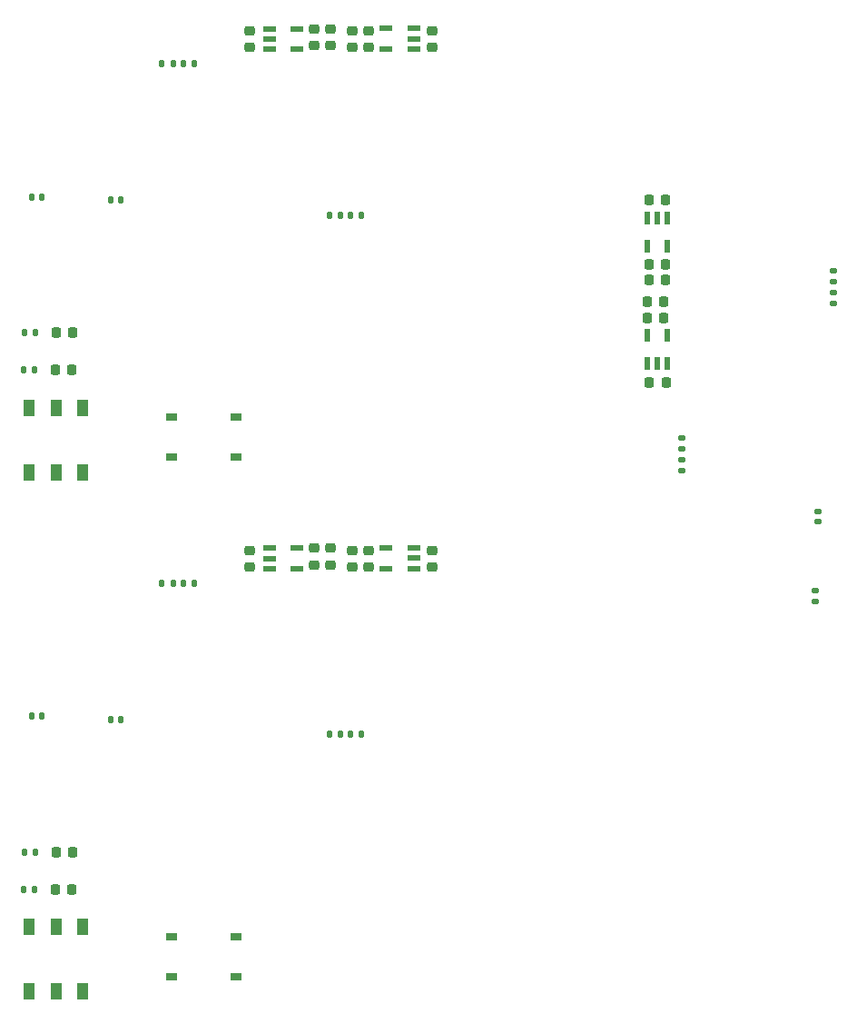
<source format=gbr>
%TF.GenerationSoftware,KiCad,Pcbnew,8.0.2*%
%TF.CreationDate,2024-05-13T13:54:00+09:00*%
%TF.ProjectId,ikafly_rev1a_p,696b6166-6c79-45f7-9265-7631615f702e,rev?*%
%TF.SameCoordinates,Original*%
%TF.FileFunction,Paste,Bot*%
%TF.FilePolarity,Positive*%
%FSLAX46Y46*%
G04 Gerber Fmt 4.6, Leading zero omitted, Abs format (unit mm)*
G04 Created by KiCad (PCBNEW 8.0.2) date 2024-05-13 13:54:00*
%MOMM*%
%LPD*%
G01*
G04 APERTURE LIST*
G04 Aperture macros list*
%AMRoundRect*
0 Rectangle with rounded corners*
0 $1 Rounding radius*
0 $2 $3 $4 $5 $6 $7 $8 $9 X,Y pos of 4 corners*
0 Add a 4 corners polygon primitive as box body*
4,1,4,$2,$3,$4,$5,$6,$7,$8,$9,$2,$3,0*
0 Add four circle primitives for the rounded corners*
1,1,$1+$1,$2,$3*
1,1,$1+$1,$4,$5*
1,1,$1+$1,$6,$7*
1,1,$1+$1,$8,$9*
0 Add four rect primitives between the rounded corners*
20,1,$1+$1,$2,$3,$4,$5,0*
20,1,$1+$1,$4,$5,$6,$7,0*
20,1,$1+$1,$6,$7,$8,$9,0*
20,1,$1+$1,$8,$9,$2,$3,0*%
G04 Aperture macros list end*
%ADD10RoundRect,0.225000X0.225000X0.250000X-0.225000X0.250000X-0.225000X-0.250000X0.225000X-0.250000X0*%
%ADD11R,0.600000X1.200000*%
%ADD12RoundRect,0.135000X0.185000X-0.135000X0.185000X0.135000X-0.185000X0.135000X-0.185000X-0.135000X0*%
%ADD13RoundRect,0.135000X-0.185000X0.135000X-0.185000X-0.135000X0.185000X-0.135000X0.185000X0.135000X0*%
%ADD14RoundRect,0.225000X-0.225000X-0.250000X0.225000X-0.250000X0.225000X0.250000X-0.225000X0.250000X0*%
%ADD15RoundRect,0.140000X0.170000X-0.140000X0.170000X0.140000X-0.170000X0.140000X-0.170000X-0.140000X0*%
%ADD16RoundRect,0.225000X0.250000X-0.225000X0.250000X0.225000X-0.250000X0.225000X-0.250000X-0.225000X0*%
%ADD17R,1.200000X0.600000*%
%ADD18RoundRect,0.135000X-0.135000X-0.185000X0.135000X-0.185000X0.135000X0.185000X-0.135000X0.185000X0*%
%ADD19RoundRect,0.135000X0.135000X0.185000X-0.135000X0.185000X-0.135000X-0.185000X0.135000X-0.185000X0*%
%ADD20RoundRect,0.225000X-0.250000X0.225000X-0.250000X-0.225000X0.250000X-0.225000X0.250000X0.225000X0*%
%ADD21R,1.000000X1.500000*%
%ADD22RoundRect,0.140000X-0.140000X-0.170000X0.140000X-0.170000X0.140000X0.170000X-0.140000X0.170000X0*%
%ADD23RoundRect,0.218750X0.218750X0.256250X-0.218750X0.256250X-0.218750X-0.256250X0.218750X-0.256250X0*%
%ADD24R,1.000000X0.750000*%
G04 APERTURE END LIST*
D10*
%TO.C,C20*%
X146000000Y-67770000D03*
X144450000Y-67770000D03*
%TD*%
D11*
%TO.C,IC6*%
X146350000Y-71970000D03*
X145400000Y-71970000D03*
X144450000Y-71970000D03*
X144450000Y-69370000D03*
X146350000Y-69370000D03*
%TD*%
D12*
%TO.C,R17*%
X161800000Y-64390000D03*
X161800000Y-63370000D03*
%TD*%
D13*
%TO.C,R18*%
X161800000Y-65370000D03*
X161800000Y-66390000D03*
%TD*%
D10*
%TO.C,C22*%
X146000000Y-66270000D03*
X144450000Y-66270000D03*
%TD*%
D14*
%TO.C,C17*%
X144645000Y-73770000D03*
X146195000Y-73770000D03*
%TD*%
%TO.C,C21*%
X144625000Y-64230000D03*
X146175000Y-64230000D03*
%TD*%
D15*
%TO.C,C47*%
X160400000Y-86750000D03*
X160400000Y-85790000D03*
%TD*%
D11*
%TO.C,IC5*%
X144415000Y-58480000D03*
X145365000Y-58480000D03*
X146315000Y-58480000D03*
X146315000Y-61080000D03*
X144415000Y-61080000D03*
%TD*%
D15*
%TO.C,C45*%
X160100000Y-94150000D03*
X160100000Y-93190000D03*
%TD*%
D14*
%TO.C,C18*%
X144625000Y-56770000D03*
X146175000Y-56770000D03*
%TD*%
D12*
%TO.C,R7*%
X147700000Y-79970000D03*
X147700000Y-78950000D03*
%TD*%
%TO.C,R6*%
X147700000Y-81980000D03*
X147700000Y-80960000D03*
%TD*%
D14*
%TO.C,C19*%
X144625000Y-62730000D03*
X146175000Y-62730000D03*
%TD*%
D16*
%TO.C,C20*%
X113400000Y-90775000D03*
X113400000Y-89225000D03*
%TD*%
D17*
%TO.C,IC6*%
X109200000Y-91125000D03*
X109200000Y-90175000D03*
X109200000Y-89225000D03*
X111800000Y-89225000D03*
X111800000Y-91125000D03*
%TD*%
D18*
%TO.C,R17*%
X116780000Y-106575000D03*
X117800000Y-106575000D03*
%TD*%
D19*
%TO.C,R18*%
X115800000Y-106575000D03*
X114780000Y-106575000D03*
%TD*%
D16*
%TO.C,C22*%
X114900000Y-90775000D03*
X114900000Y-89225000D03*
%TD*%
D20*
%TO.C,C17*%
X107400000Y-89420000D03*
X107400000Y-90970000D03*
%TD*%
D21*
%TO.C,S2*%
X91800000Y-130525000D03*
X89300000Y-130525000D03*
X86800000Y-130525000D03*
X86800000Y-124525000D03*
X89300000Y-124525000D03*
X91800000Y-124525000D03*
%TD*%
D20*
%TO.C,C21*%
X116940000Y-89400000D03*
X116940000Y-90950000D03*
%TD*%
D22*
%TO.C,C47*%
X94420000Y-105175000D03*
X95380000Y-105175000D03*
%TD*%
D17*
%TO.C,IC5*%
X122690000Y-89190000D03*
X122690000Y-90140000D03*
X122690000Y-91090000D03*
X120090000Y-91090000D03*
X120090000Y-89190000D03*
%TD*%
D23*
%TO.C,D1*%
X90800000Y-121025000D03*
X89225000Y-121025000D03*
%TD*%
%TO.C,D2*%
X90875000Y-117525000D03*
X89300000Y-117525000D03*
%TD*%
D22*
%TO.C,C45*%
X87020000Y-104875000D03*
X87980000Y-104875000D03*
%TD*%
D20*
%TO.C,C18*%
X124400000Y-89400000D03*
X124400000Y-90950000D03*
%TD*%
D18*
%TO.C,R7*%
X101200000Y-92475000D03*
X102220000Y-92475000D03*
%TD*%
%TO.C,R6*%
X99190000Y-92475000D03*
X100210000Y-92475000D03*
%TD*%
D20*
%TO.C,C19*%
X118440000Y-89400000D03*
X118440000Y-90950000D03*
%TD*%
D18*
%TO.C,R14*%
X86327500Y-117525000D03*
X87347500Y-117525000D03*
%TD*%
%TO.C,R13*%
X86252500Y-121025000D03*
X87272500Y-121025000D03*
%TD*%
D24*
%TO.C,S1*%
X106050000Y-125400000D03*
X100050000Y-125400000D03*
X106050000Y-129150000D03*
X100050000Y-129150000D03*
%TD*%
D18*
%TO.C,R13*%
X86252500Y-72625000D03*
X87272500Y-72625000D03*
%TD*%
%TO.C,R14*%
X86327500Y-69125000D03*
X87347500Y-69125000D03*
%TD*%
D24*
%TO.C,S1*%
X106050000Y-77000000D03*
X100050000Y-77000000D03*
X106050000Y-80750000D03*
X100050000Y-80750000D03*
%TD*%
D20*
%TO.C,C19*%
X118440000Y-41000000D03*
X118440000Y-42550000D03*
%TD*%
D17*
%TO.C,IC5*%
X122690000Y-40790000D03*
X122690000Y-41740000D03*
X122690000Y-42690000D03*
X120090000Y-42690000D03*
X120090000Y-40790000D03*
%TD*%
D18*
%TO.C,R7*%
X101200000Y-44075000D03*
X102220000Y-44075000D03*
%TD*%
D16*
%TO.C,C22*%
X114900000Y-42375000D03*
X114900000Y-40825000D03*
%TD*%
D18*
%TO.C,R6*%
X99190000Y-44075000D03*
X100210000Y-44075000D03*
%TD*%
D23*
%TO.C,D2*%
X90875000Y-69125000D03*
X89300000Y-69125000D03*
%TD*%
D20*
%TO.C,C17*%
X107400000Y-41020000D03*
X107400000Y-42570000D03*
%TD*%
D22*
%TO.C,C47*%
X94420000Y-56775000D03*
X95380000Y-56775000D03*
%TD*%
D21*
%TO.C,S2*%
X91800000Y-82125000D03*
X89300000Y-82125000D03*
X86800000Y-82125000D03*
X86800000Y-76125000D03*
X89300000Y-76125000D03*
X91800000Y-76125000D03*
%TD*%
D20*
%TO.C,C18*%
X124400000Y-41000000D03*
X124400000Y-42550000D03*
%TD*%
%TO.C,C21*%
X116940000Y-41000000D03*
X116940000Y-42550000D03*
%TD*%
D22*
%TO.C,C45*%
X87020000Y-56475000D03*
X87980000Y-56475000D03*
%TD*%
D23*
%TO.C,D1*%
X90800000Y-72625000D03*
X89225000Y-72625000D03*
%TD*%
D18*
%TO.C,R17*%
X116780000Y-58175000D03*
X117800000Y-58175000D03*
%TD*%
D19*
%TO.C,R18*%
X115800000Y-58175000D03*
X114780000Y-58175000D03*
%TD*%
D17*
%TO.C,IC6*%
X109200000Y-42725000D03*
X109200000Y-41775000D03*
X109200000Y-40825000D03*
X111800000Y-40825000D03*
X111800000Y-42725000D03*
%TD*%
D16*
%TO.C,C20*%
X113400000Y-42375000D03*
X113400000Y-40825000D03*
%TD*%
M02*

</source>
